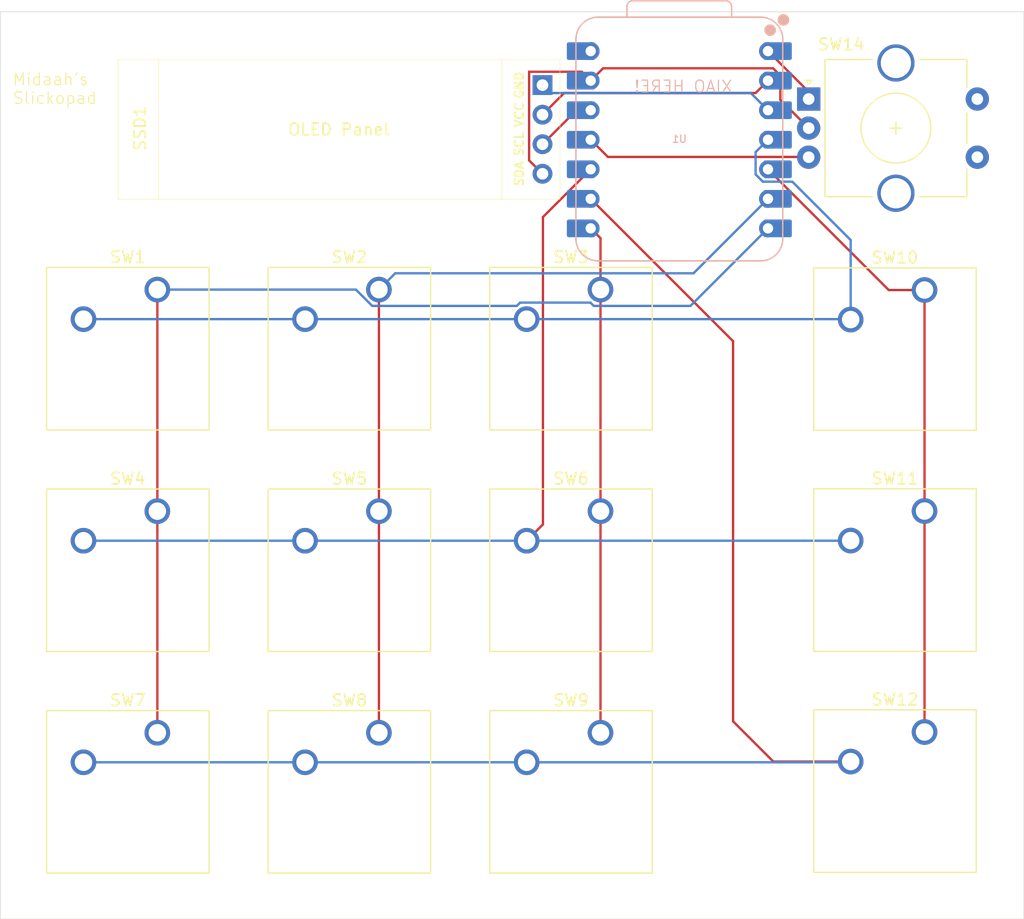
<source format=kicad_pcb>
(kicad_pcb (version 20241229) (generator "pcbnew") (generator_version "9.0")
  (layers (0 "F.Cu" signal) (2 "B.Cu" signal) (13 "F.Paste" user) (15 "B.Paste" user) (5 "F.SilkS" user "F.Silkscreen") (7 "B.SilkS" user "B.Silkscreen") (1 "F.Mask" user) (3 "B.Mask" user) (25 "Edge.Cuts" user))
  (net 0 "")
  (net 1 "GND")
  (net 2 "+5V")
  (net 3 "Col 0")
  (net 4 "Row 0")
  (net 5 "Col 1")
  (net 6 "Col 2")
  (net 7 "Row 1")
  (net 8 "Row 2")
  (net 9 "Net-(SSD1-SCL)")
  (net 10 "3.3v output")
  (net 11 "Net-(SSD1-SDA)")
  (net 12 "Net-(U1-GPIO3{slash}MOSI)")
  (net 13 "Net-(U1-GPIO26{slash}ADC0{slash}A0)")
  (net 14 "Col 3")
  (footprint "macropad_fp:SSD1306-0.91-OLED-4pin-128x32" (layer "F.Cu") (at 80.115 56.115)
    (property "Reference" "SSD1" (at 1.9 5.91 90) (layer "F.SilkS"))
    (property "Value" "~")
    (fp_line (start 0 0) (end 0 12) (stroke (width 0.04)) (layer "F.SilkS"))
    (fp_line (start 0 12) (end 38 12) (stroke (width 0.04)) (layer "F.SilkS"))
    (fp_line (start 3.5 0) (end 3.5 12) (stroke (width 0.04)) (layer "F.SilkS"))
    (fp_line (start 33 0) (end 33 12) (stroke (width 0.04)) (layer "F.SilkS"))
    (fp_line (start 38 0) (end 0 0) (stroke (width 0.04)) (layer "F.SilkS"))
    (fp_line (start 38 12) (end 38 0) (stroke (width 0.04)) (layer "F.SilkS"))
    (fp_text user "OLED Panel" (at 19 6 0) (layer "F.SilkS"))
    (fp_text user "VCC" (at 34.5 4.73 270) (layer "F.SilkS") (effects (font (size 0.75 0.75))))
    (fp_text user "GND" (at 34.5 2.19 270) (layer "F.SilkS") (effects (font (size 0.75 0.75))))
    (fp_text user "SCL" (at 34.5 7.27 270) (layer "F.SilkS") (effects (font (size 0.75 0.75))))
    (fp_text user "SDA" (at 34.5 9.81 270) (layer "F.SilkS") (effects (font (size 0.75 0.75))))
    (pad "1" thru_hole rect (at 36.5 2.19) (size 1.7 1.7) (drill 1) (layers "*.Cu" "*.Mask") (net 11 "Net-(SSD1-SDA)"))
    (pad "2" thru_hole oval (at 36.5 4.73) (size 1.7 1.7) (drill 1) (layers "*.Cu" "*.Mask") (net 9 "Net-(SSD1-SCL)"))
    (pad "3" thru_hole oval (at 36.5 7.27) (size 1.7 1.7) (drill 1) (layers "*.Cu" "*.Mask") (net 10 "3.3v output"))
    (pad "4" thru_hole oval (at 36.5 9.81) (size 1.7 1.7) (drill 1) (layers "*.Cu" "*.Mask") (net 1 "GND"))
  )
  (footprint "Button_Switch_Keyboard:SW_Cherry_MX_1.00u_PCB" (layer "F.Cu") (at 102.5525 94.9325)
    (property "Reference" "SW5" (at -2.54 -2.794 0) (layer "F.SilkS"))
    (property "Value" "SW_Push")
    (fp_line (start -9.525 -1.905) (end 4.445 -1.905) (stroke (width 0.12)) (layer "F.SilkS"))
    (fp_line (start -9.525 12.065) (end -9.525 -1.905) (stroke (width 0.12)) (layer "F.SilkS"))
    (fp_line (start 4.445 -1.905) (end 4.445 12.065) (stroke (width 0.12)) (layer "F.SilkS"))
    (fp_line (start 4.445 12.065) (end -9.525 12.065) (stroke (width 0.12)) (layer "F.SilkS"))
    (pad "" np_thru_hole circle (at -7.62 5.08) (size 1.7 1.7) (drill 1.7) (layers "*.Cu" "*.Mask"))
    (pad "" np_thru_hole circle (at -2.54 5.08) (size 4 4) (drill 4) (layers "*.Cu" "*.Mask"))
    (pad "" np_thru_hole circle (at 2.54 5.08) (size 1.7 1.7) (drill 1.7) (layers "*.Cu" "*.Mask"))
    (pad "1" thru_hole circle (at 0 0) (size 2.2 2.2) (drill 1.5) (layers "*.Cu" "*.Mask") (net 5 "Col 1"))
    (pad "2" thru_hole circle (at -6.35 2.54) (size 2.2 2.2) (drill 1.5) (layers "*.Cu" "*.Mask") (net 7 "Row 1"))
  )
  (footprint "Button_Switch_Keyboard:SW_Cherry_MX_1.00u_PCB" (layer "F.Cu") (at 149.46 75.92)
    (property "Reference" "SW10" (at -2.54 -2.794 0) (layer "F.SilkS"))
    (property "Value" "SW_Push")
    (fp_line (start -9.525 -1.905) (end 4.445 -1.905) (stroke (width 0.12)) (layer "F.SilkS"))
    (fp_line (start -9.525 12.065) (end -9.525 -1.905) (stroke (width 0.12)) (layer "F.SilkS"))
    (fp_line (start 4.445 -1.905) (end 4.445 12.065) (stroke (width 0.12)) (layer "F.SilkS"))
    (fp_line (start 4.445 12.065) (end -9.525 12.065) (stroke (width 0.12)) (layer "F.SilkS"))
    (pad "" np_thru_hole circle (at -7.62 5.08) (size 1.7 1.7) (drill 1.7) (layers "*.Cu" "*.Mask"))
    (pad "" np_thru_hole circle (at -2.54 5.08) (size 4 4) (drill 4) (layers "*.Cu" "*.Mask"))
    (pad "" np_thru_hole circle (at 2.54 5.08) (size 1.7 1.7) (drill 1.7) (layers "*.Cu" "*.Mask"))
    (pad "1" thru_hole circle (at 0 0) (size 2.2 2.2) (drill 1.5) (layers "*.Cu" "*.Mask") (net 14 "Col 3"))
    (pad "2" thru_hole circle (at -6.35 2.54) (size 2.2 2.2) (drill 1.5) (layers "*.Cu" "*.Mask") (net 4 "Row 0"))
  )
  (footprint "Button_Switch_Keyboard:SW_Cherry_MX_1.00u_PCB" (layer "F.Cu") (at 83.5025 75.8825)
    (property "Reference" "SW1" (at -2.54 -2.794 0) (layer "F.SilkS"))
    (property "Value" "SW_Push")
    (fp_line (start -9.525 -1.905) (end 4.445 -1.905) (stroke (width 0.12)) (layer "F.SilkS"))
    (fp_line (start -9.525 12.065) (end -9.525 -1.905) (stroke (width 0.12)) (layer "F.SilkS"))
    (fp_line (start 4.445 -1.905) (end 4.445 12.065) (stroke (width 0.12)) (layer "F.SilkS"))
    (fp_line (start 4.445 12.065) (end -9.525 12.065) (stroke (width 0.12)) (layer "F.SilkS"))
    (pad "" np_thru_hole circle (at -7.62 5.08) (size 1.7 1.7) (drill 1.7) (layers "*.Cu" "*.Mask"))
    (pad "" np_thru_hole circle (at -2.54 5.08) (size 4 4) (drill 4) (layers "*.Cu" "*.Mask"))
    (pad "" np_thru_hole circle (at 2.54 5.08) (size 1.7 1.7) (drill 1.7) (layers "*.Cu" "*.Mask"))
    (pad "1" thru_hole circle (at 0 0) (size 2.2 2.2) (drill 1.5) (layers "*.Cu" "*.Mask") (net 3 "Col 0"))
    (pad "2" thru_hole circle (at -6.35 2.54) (size 2.2 2.2) (drill 1.5) (layers "*.Cu" "*.Mask") (net 4 "Row 0"))
  )
  (footprint "Button_Switch_Keyboard:SW_Cherry_MX_1.00u_PCB" (layer "F.Cu") (at 149.46 113.92)
    (property "Reference" "SW12" (at -2.54 -2.794 0) (layer "F.SilkS"))
    (property "Value" "SW_Push")
    (fp_line (start -9.525 -1.905) (end 4.445 -1.905) (stroke (width 0.12)) (layer "F.SilkS"))
    (fp_line (start -9.525 12.065) (end -9.525 -1.905) (stroke (width 0.12)) (layer "F.SilkS"))
    (fp_line (start 4.445 -1.905) (end 4.445 12.065) (stroke (width 0.12)) (layer "F.SilkS"))
    (fp_line (start 4.445 12.065) (end -9.525 12.065) (stroke (width 0.12)) (layer "F.SilkS"))
    (pad "" np_thru_hole circle (at -7.62 5.08) (size 1.7 1.7) (drill 1.7) (layers "*.Cu" "*.Mask"))
    (pad "" np_thru_hole circle (at -2.54 5.08) (size 4 4) (drill 4) (layers "*.Cu" "*.Mask"))
    (pad "" np_thru_hole circle (at 2.54 5.08) (size 1.7 1.7) (drill 1.7) (layers "*.Cu" "*.Mask"))
    (pad "1" thru_hole circle (at 0 0) (size 2.2 2.2) (drill 1.5) (layers "*.Cu" "*.Mask") (net 14 "Col 3"))
    (pad "2" thru_hole circle (at -6.35 2.54) (size 2.2 2.2) (drill 1.5) (layers "*.Cu" "*.Mask") (net 8 "Row 2"))
  )
  (footprint "Button_Switch_Keyboard:SW_Cherry_MX_1.00u_PCB" (layer "F.Cu") (at 83.5025 113.9825)
    (property "Reference" "SW7" (at -2.54 -2.794 0) (layer "F.SilkS"))
    (property "Value" "SW_Push")
    (fp_line (start -9.525 -1.905) (end 4.445 -1.905) (stroke (width 0.12)) (layer "F.SilkS"))
    (fp_line (start -9.525 12.065) (end -9.525 -1.905) (stroke (width 0.12)) (layer "F.SilkS"))
    (fp_line (start 4.445 -1.905) (end 4.445 12.065) (stroke (width 0.12)) (layer "F.SilkS"))
    (fp_line (start 4.445 12.065) (end -9.525 12.065) (stroke (width 0.12)) (layer "F.SilkS"))
    (pad "" np_thru_hole circle (at -7.62 5.08) (size 1.7 1.7) (drill 1.7) (layers "*.Cu" "*.Mask"))
    (pad "" np_thru_hole circle (at -2.54 5.08) (size 4 4) (drill 4) (layers "*.Cu" "*.Mask"))
    (pad "" np_thru_hole circle (at 2.54 5.08) (size 1.7 1.7) (drill 1.7) (layers "*.Cu" "*.Mask"))
    (pad "1" thru_hole circle (at 0 0) (size 2.2 2.2) (drill 1.5) (layers "*.Cu" "*.Mask") (net 3 "Col 0"))
    (pad "2" thru_hole circle (at -6.35 2.54) (size 2.2 2.2) (drill 1.5) (layers "*.Cu" "*.Mask") (net 8 "Row 2"))
  )
  (footprint "Button_Switch_Keyboard:SW_Cherry_MX_1.00u_PCB" (layer "F.Cu") (at 121.6025 75.8825)
    (property "Reference" "SW3" (at -2.54 -2.794 0) (layer "F.SilkS"))
    (property "Value" "SW_Push")
    (fp_line (start -9.525 -1.905) (end 4.445 -1.905) (stroke (width 0.12)) (layer "F.SilkS"))
    (fp_line (start -9.525 12.065) (end -9.525 -1.905) (stroke (width 0.12)) (layer "F.SilkS"))
    (fp_line (start 4.445 -1.905) (end 4.445 12.065) (stroke (width 0.12)) (layer "F.SilkS"))
    (fp_line (start 4.445 12.065) (end -9.525 12.065) (stroke (width 0.12)) (layer "F.SilkS"))
    (pad "" np_thru_hole circle (at -7.62 5.08) (size 1.7 1.7) (drill 1.7) (layers "*.Cu" "*.Mask"))
    (pad "" np_thru_hole circle (at -2.54 5.08) (size 4 4) (drill 4) (layers "*.Cu" "*.Mask"))
    (pad "" np_thru_hole circle (at 2.54 5.08) (size 1.7 1.7) (drill 1.7) (layers "*.Cu" "*.Mask"))
    (pad "1" thru_hole circle (at 0 0) (size 2.2 2.2) (drill 1.5) (layers "*.Cu" "*.Mask") (net 6 "Col 2"))
    (pad "2" thru_hole circle (at -6.35 2.54) (size 2.2 2.2) (drill 1.5) (layers "*.Cu" "*.Mask") (net 4 "Row 0"))
  )
  (footprint "Button_Switch_Keyboard:SW_Cherry_MX_1.00u_PCB" (layer "F.Cu") (at 102.5525 75.8825)
    (property "Reference" "SW2" (at -2.54 -2.794 0) (layer "F.SilkS"))
    (property "Value" "SW_Push")
    (fp_line (start -9.525 -1.905) (end 4.445 -1.905) (stroke (width 0.12)) (layer "F.SilkS"))
    (fp_line (start -9.525 12.065) (end -9.525 -1.905) (stroke (width 0.12)) (layer "F.SilkS"))
    (fp_line (start 4.445 -1.905) (end 4.445 12.065) (stroke (width 0.12)) (layer "F.SilkS"))
    (fp_line (start 4.445 12.065) (end -9.525 12.065) (stroke (width 0.12)) (layer "F.SilkS"))
    (pad "" np_thru_hole circle (at -7.62 5.08) (size 1.7 1.7) (drill 1.7) (layers "*.Cu" "*.Mask"))
    (pad "" np_thru_hole circle (at -2.54 5.08) (size 4 4) (drill 4) (layers "*.Cu" "*.Mask"))
    (pad "" np_thru_hole circle (at 2.54 5.08) (size 1.7 1.7) (drill 1.7) (layers "*.Cu" "*.Mask"))
    (pad "1" thru_hole circle (at 0 0) (size 2.2 2.2) (drill 1.5) (layers "*.Cu" "*.Mask") (net 5 "Col 1"))
    (pad "2" thru_hole circle (at -6.35 2.54) (size 2.2 2.2) (drill 1.5) (layers "*.Cu" "*.Mask") (net 4 "Row 0"))
  )
  (footprint "Button_Switch_Keyboard:SW_Cherry_MX_1.00u_PCB" (layer "F.Cu") (at 83.5025 94.9325)
    (property "Reference" "SW4" (at -2.54 -2.794 0) (layer "F.SilkS"))
    (property "Value" "SW_Push")
    (fp_line (start -9.525 -1.905) (end 4.445 -1.905) (stroke (width 0.12)) (layer "F.SilkS"))
    (fp_line (start -9.525 12.065) (end -9.525 -1.905) (stroke (width 0.12)) (layer "F.SilkS"))
    (fp_line (start 4.445 -1.905) (end 4.445 12.065) (stroke (width 0.12)) (layer "F.SilkS"))
    (fp_line (start 4.445 12.065) (end -9.525 12.065) (stroke (width 0.12)) (layer "F.SilkS"))
    (pad "" np_thru_hole circle (at -7.62 5.08) (size 1.7 1.7) (drill 1.7) (layers "*.Cu" "*.Mask"))
    (pad "" np_thru_hole circle (at -2.54 5.08) (size 4 4) (drill 4) (layers "*.Cu" "*.Mask"))
    (pad "" np_thru_hole circle (at 2.54 5.08) (size 1.7 1.7) (drill 1.7) (layers "*.Cu" "*.Mask"))
    (pad "1" thru_hole circle (at 0 0) (size 2.2 2.2) (drill 1.5) (layers "*.Cu" "*.Mask") (net 3 "Col 0"))
    (pad "2" thru_hole circle (at -6.35 2.54) (size 2.2 2.2) (drill 1.5) (layers "*.Cu" "*.Mask") (net 7 "Row 1"))
  )
  (footprint "Button_Switch_Keyboard:SW_Cherry_MX_1.00u_PCB" (layer "F.Cu") (at 121.6025 113.9825)
    (property "Reference" "SW9" (at -2.54 -2.794 0) (layer "F.SilkS"))
    (property "Value" "SW_Push")
    (fp_line (start -9.525 -1.905) (end 4.445 -1.905) (stroke (width 0.12)) (layer "F.SilkS"))
    (fp_line (start -9.525 12.065) (end -9.525 -1.905) (stroke (width 0.12)) (layer "F.SilkS"))
    (fp_line (start 4.445 -1.905) (end 4.445 12.065) (stroke (width 0.12)) (layer "F.SilkS"))
    (fp_line (start 4.445 12.065) (end -9.525 12.065) (stroke (width 0.12)) (layer "F.SilkS"))
    (pad "" np_thru_hole circle (at -7.62 5.08) (size 1.7 1.7) (drill 1.7) (layers "*.Cu" "*.Mask"))
    (pad "" np_thru_hole circle (at -2.54 5.08) (size 4 4) (drill 4) (layers "*.Cu" "*.Mask"))
    (pad "" np_thru_hole circle (at 2.54 5.08) (size 1.7 1.7) (drill 1.7) (layers "*.Cu" "*.Mask"))
    (pad "1" thru_hole circle (at 0 0) (size 2.2 2.2) (drill 1.5) (layers "*.Cu" "*.Mask") (net 6 "Col 2"))
    (pad "2" thru_hole circle (at -6.35 2.54) (size 2.2 2.2) (drill 1.5) (layers "*.Cu" "*.Mask") (net 8 "Row 2"))
  )
  (footprint "macropad_fp:RotaryEncoder_Alps_EC11E-Switch_Vertical_H20mm_CircularMountingHoles" (layer "F.Cu") (at 139.5 59.5)
    (property "Reference" "SW14" (at 2.8 -4.7 0) (layer "F.SilkS"))
    (property "Value" "RotaryEncoder_Switch")
    (fp_line (start -0.3 -1.6) (end 0.3 -1.6) (stroke (width 0.12)) (layer "F.SilkS"))
    (fp_line (start 0 -1.3) (end -0.3 -1.6) (stroke (width 0.12)) (layer "F.SilkS"))
    (fp_line (start 0.3 -1.6) (end 0 -1.3) (stroke (width 0.12)) (layer "F.SilkS"))
    (fp_line (start 1.4 -3.4) (end 1.4 8.4) (stroke (width 0.12)) (layer "F.SilkS"))
    (fp_line (start 5.5 -3.4) (end 1.4 -3.4) (stroke (width 0.12)) (layer "F.SilkS"))
    (fp_line (start 5.5 8.4) (end 1.4 8.4) (stroke (width 0.12)) (layer "F.SilkS"))
    (fp_line (start 7 2.5) (end 8 2.5) (stroke (width 0.12)) (layer "F.SilkS"))
    (fp_line (start 7.5 2) (end 7.5 3) (stroke (width 0.12)) (layer "F.SilkS"))
    (fp_line (start 9.5 -3.4) (end 13.6 -3.4) (stroke (width 0.12)) (layer "F.SilkS"))
    (fp_line (start 13.6 -3.4) (end 13.6 -1) (stroke (width 0.12)) (layer "F.SilkS"))
    (fp_line (start 13.6 1.2) (end 13.6 3.8) (stroke (width 0.12)) (layer "F.SilkS"))
    (fp_line (start 13.6 6) (end 13.6 8.4) (stroke (width 0.12)) (layer "F.SilkS"))
    (fp_line (start 13.6 8.4) (end 9.5 8.4) (stroke (width 0.12)) (layer "F.SilkS"))
    (fp_circle (center 7.5 2.5) (end 10.5 2.5) (stroke (width 0.12)) (fill no) (layer "F.SilkS"))
    (pad "A" thru_hole rect (at 0 0) (size 2 2) (drill 1) (layers "*.Cu" "*.Mask") (net 13 "Net-(U1-GPIO26{slash}ADC0{slash}A0)"))
    (pad "B" thru_hole circle (at 0 5) (size 2 2) (drill 1) (layers "*.Cu" "*.Mask") (net 12 "Net-(U1-GPIO3{slash}MOSI)"))
    (pad "C" thru_hole circle (at 0 2.5) (size 2 2) (drill 1) (layers "*.Cu" "*.Mask") (net 1 "GND"))
    (pad "MP" thru_hole circle (at 7.5 -3.1) (size 3.2 3.2) (drill 2.6) (layers "*.Cu" "*.Mask"))
    (pad "MP" thru_hole circle (at 7.5 8.1) (size 3.2 3.2) (drill 2.6) (layers "*.Cu" "*.Mask"))
    (pad "S1" thru_hole circle (at 14.5 5) (size 2 2) (drill 1) (layers "*.Cu" "*.Mask"))
    (pad "S2" thru_hole circle (at 14.5 0) (size 2 2) (drill 1) (layers "*.Cu" "*.Mask"))
  )
  (footprint "Button_Switch_Keyboard:SW_Cherry_MX_1.00u_PCB" (layer "F.Cu") (at 121.6025 94.9325)
    (property "Reference" "SW6" (at -2.54 -2.794 0) (layer "F.SilkS"))
    (property "Value" "SW_Push")
    (fp_line (start -9.525 -1.905) (end 4.445 -1.905) (stroke (width 0.12)) (layer "F.SilkS"))
    (fp_line (start -9.525 12.065) (end -9.525 -1.905) (stroke (width 0.12)) (layer "F.SilkS"))
    (fp_line (start 4.445 -1.905) (end 4.445 12.065) (stroke (width 0.12)) (layer "F.SilkS"))
    (fp_line (start 4.445 12.065) (end -9.525 12.065) (stroke (width 0.12)) (layer "F.SilkS"))
    (pad "" np_thru_hole circle (at -7.62 5.08) (size 1.7 1.7) (drill 1.7) (layers "*.Cu" "*.Mask"))
    (pad "" np_thru_hole circle (at -2.54 5.08) (size 4 4) (drill 4) (layers "*.Cu" "*.Mask"))
    (pad "" np_thru_hole circle (at 2.54 5.08) (size 1.7 1.7) (drill 1.7) (layers "*.Cu" "*.Mask"))
    (pad "1" thru_hole circle (at 0 0) (size 2.2 2.2) (drill 1.5) (layers "*.Cu" "*.Mask") (net 6 "Col 2"))
    (pad "2" thru_hole circle (at -6.35 2.54) (size 2.2 2.2) (drill 1.5) (layers "*.Cu" "*.Mask") (net 7 "Row 1"))
  )
  (footprint "Button_Switch_Keyboard:SW_Cherry_MX_1.00u_PCB" (layer "F.Cu") (at 102.5525 113.9825)
    (property "Reference" "SW8" (at -2.54 -2.794 0) (layer "F.SilkS"))
    (property "Value" "SW_Push")
    (fp_line (start -9.525 -1.905) (end 4.445 -1.905) (stroke (width 0.12)) (layer "F.SilkS"))
    (fp_line (start -9.525 12.065) (end -9.525 -1.905) (stroke (width 0.12)) (layer "F.SilkS"))
    (fp_line (start 4.445 -1.905) (end 4.445 12.065) (stroke (width 0.12)) (layer "F.SilkS"))
    (fp_line (start 4.445 12.065) (end -9.525 12.065) (stroke (width 0.12)) (layer "F.SilkS"))
    (pad "" np_thru_hole circle (at -7.62 5.08) (size 1.7 1.7) (drill 1.7) (layers "*.Cu" "*.Mask"))
    (pad "" np_thru_hole circle (at -2.54 5.08) (size 4 4) (drill 4) (layers "*.Cu" "*.Mask"))
    (pad "" np_thru_hole circle (at 2.54 5.08) (size 1.7 1.7) (drill 1.7) (layers "*.Cu" "*.Mask"))
    (pad "1" thru_hole circle (at 0 0) (size 2.2 2.2) (drill 1.5) (layers "*.Cu" "*.Mask") (net 5 "Col 1"))
    (pad "2" thru_hole circle (at -6.35 2.54) (size 2.2 2.2) (drill 1.5) (layers "*.Cu" "*.Mask") (net 8 "Row 2"))
  )
  (footprint "Button_Switch_Keyboard:SW_Cherry_MX_1.00u_PCB" (layer "F.Cu") (at 149.46 94.92)
    (property "Reference" "SW11" (at -2.54 -2.794 0) (layer "F.SilkS"))
    (property "Value" "SW_Push")
    (fp_line (start -9.525 -1.905) (end 4.445 -1.905) (stroke (width 0.12)) (layer "F.SilkS"))
    (fp_line (start -9.525 12.065) (end -9.525 -1.905) (stroke (width 0.12)) (layer "F.SilkS"))
    (fp_line (start 4.445 -1.905) (end 4.445 12.065) (stroke (width 0.12)) (layer "F.SilkS"))
    (fp_line (start 4.445 12.065) (end -9.525 12.065) (stroke (width 0.12)) (layer "F.SilkS"))
    (pad "" np_thru_hole circle (at -7.62 5.08) (size 1.7 1.7) (drill 1.7) (layers "*.Cu" "*.Mask"))
    (pad "" np_thru_hole circle (at -2.54 5.08) (size 4 4) (drill 4) (layers "*.Cu" "*.Mask"))
    (pad "" np_thru_hole circle (at 2.54 5.08) (size 1.7 1.7) (drill 1.7) (layers "*.Cu" "*.Mask"))
    (pad "1" thru_hole circle (at 0 0) (size 2.2 2.2) (drill 1.5) (layers "*.Cu" "*.Mask") (net 14 "Col 3"))
    (pad "2" thru_hole circle (at -6.35 2.54) (size 2.2 2.2) (drill 1.5) (layers "*.Cu" "*.Mask") (net 7 "Row 1"))
  )
  (footprint "OPL:XIAO-RP2040-DIP" (layer "B.Cu") (at 128.38 63 180)
    (property "Reference" "U1" (at 0 0.0625 0) (layer "B.SilkS") (effects (font (size 0.635 0.635) (thickness 0.1016)) (justify mirror)))
    (property "Value" "XIAO-RP2040-DIP")
    (fp_line (start 8.89 -8.509) (end 8.89 8.636) (stroke (width 0.127)) (layer "B.SilkS"))
    (fp_line (start 6.985 10.541) (end -6.985 10.541) (stroke (width 0.1)) (layer "B.SilkS"))
    (fp_line (start 6.985 10.541) (end -6.985 10.541) (stroke (width 0.127)) (layer "B.SilkS"))
    (fp_line (start 4.504 11.451) (end 4.504 10.541) (stroke (width 0.127)) (layer "B.SilkS"))
    (fp_line (start -3.991272 11.951) (end 4.004 11.951) (stroke (width 0.127)) (layer "B.SilkS"))
    (fp_line (start -4.495 10.541) (end -4.491272 11.451272) (stroke (width 0.127)) (layer "B.SilkS"))
    (fp_line (start -6.985 -10.414) (end 6.985 -10.414) (stroke (width 0.127)) (layer "B.SilkS"))
    (fp_line (start -8.89 -8.509) (end -8.89 8.636) (stroke (width 0.127)) (layer "B.SilkS"))
    (fp_arc (start 8.89 8.636) (mid 8.332038 9.983038) (end 6.985 10.541) (stroke (width 0.127)) (layer "B.SilkS"))
    (fp_arc (start 6.985 -10.414) (mid 8.332038 -9.856038) (end 8.89 -8.509) (stroke (width 0.127)) (layer "B.SilkS"))
    (fp_arc (start 4.504 11.451) (mid 4.357553 11.804553) (end 4.004 11.951) (stroke (width 0.127)) (layer "B.SilkS"))
    (fp_arc (start -3.991272 11.951) (mid -4.344724 11.804644) (end -4.491272 11.451272) (stroke (width 0.127)) (layer "B.SilkS"))
    (fp_arc (start -6.985 10.541) (mid -8.332038 9.983038) (end -8.89 8.636) (stroke (width 0.127)) (layer "B.SilkS"))
    (fp_arc (start -8.89 -8.509) (mid -8.332038 -9.856038) (end -6.985 -10.414) (stroke (width 0.127)) (layer "B.SilkS"))
    (fp_circle (center -7.807 9.42) (end -7.807 9.674) (stroke (width 0.5)) (fill yes) (layer "B.SilkS"))
    (fp_circle (center -8.95 10.3) (end -8.95 10.554) (stroke (width 0.5)) (fill yes) (layer "B.SilkS"))
    (pad "1" smd roundrect (at -8.455 7.62) (size 2.432 1.524) (layers "B.Cu" "B.Mask") (roundrect_rratio 0.1) (net 13 "Net-(U1-GPIO26{slash}ADC0{slash}A0)"))
    (pad "1" thru_hole circle (at -7.62 7.62) (size 1.524 1.524) (drill 0.889) (layers "*.Cu" "*.Mask") (net 13 "Net-(U1-GPIO26{slash}ADC0{slash}A0)"))
    (pad "2" smd roundrect (at -8.455 5.08) (size 2.432 1.524) (layers "B.Cu" "B.Mask") (roundrect_rratio 0.1) (net 9 "Net-(SSD1-SCL)"))
    (pad "2" thru_hole circle (at -7.62 5.08) (size 1.524 1.524) (drill 0.889) (layers "*.Cu" "*.Mask") (net 9 "Net-(SSD1-SCL)"))
    (pad "3" smd roundrect (at -8.455 2.54) (size 2.432 1.524) (layers "B.Cu" "B.Mask") (roundrect_rratio 0.1) (net 11 "Net-(SSD1-SDA)"))
    (pad "3" thru_hole circle (at -7.62 2.54) (size 1.524 1.524) (drill 0.889) (layers "*.Cu" "*.Mask") (net 11 "Net-(SSD1-SDA)"))
    (pad "4" smd roundrect (at -8.455 0) (size 2.432 1.524) (layers "B.Cu" "B.Mask") (roundrect_rratio 0.1) (net 4 "Row 0"))
    (pad "4" thru_hole circle (at -7.62 0) (size 1.524 1.524) (drill 0.889) (layers "*.Cu" "*.Mask") (net 4 "Row 0"))
    (pad "5" smd roundrect (at -8.455 -2.54) (size 2.432 1.524) (layers "B.Cu" "B.Mask") (roundrect_rratio 0.1) (net 14 "Col 3"))
    (pad "5" thru_hole circle (at -7.62 -2.54) (size 1.524 1.524) (drill 0.889) (layers "*.Cu" "*.Mask") (net 14 "Col 3"))
    (pad "6" smd roundrect (at -8.455 -5.08) (size 2.432 1.524) (layers "B.Cu" "B.Mask") (roundrect_rratio 0.1) (net 5 "Col 1"))
    (pad "6" thru_hole circle (at -7.62 -5.08) (size 1.524 1.524) (drill 0.889) (layers "*.Cu" "*.Mask") (net 5 "Col 1"))
    (pad "7" smd roundrect (at -8.455 -7.62) (size 2.432 1.524) (layers "B.Cu" "B.Mask") (roundrect_rratio 0.1) (net 3 "Col 0"))
    (pad "7" thru_hole circle (at -7.62 -7.62) (size 1.524 1.524) (drill 0.889) (layers "*.Cu" "*.Mask") (net 3 "Col 0"))
    (pad "8" thru_hole circle (at 7.62 -7.62 180) (size 1.524 1.524) (drill 0.889) (layers "*.Cu" "*.Mask") (net 6 "Col 2"))
    (pad "8" smd roundrect (at 8.455 -7.62 180) (size 2.432 1.524) (layers "B.Cu" "B.Mask") (roundrect_rratio 0.1) (net 6 "Col 2"))
    (pad "9" thru_hole circle (at 7.62 -5.08 180) (size 1.524 1.524) (drill 0.889) (layers "*.Cu" "*.Mask") (net 8 "Row 2"))
    (pad "9" smd roundrect (at 8.455 -5.08 180) (size 2.432 1.524) (layers "B.Cu" "B.Mask") (roundrect_rratio 0.1) (net 8 "Row 2"))
    (pad "10" thru_hole circle (at 7.62 -2.54 180) (size 1.524 1.524) (drill 0.889) (layers "*.Cu" "*.Mask") (net 7 "Row 1"))
    (pad "10" smd roundrect (at 8.455 -2.54 180) (size 2.432 1.524) (layers "B.Cu" "B.Mask") (roundrect_rratio 0.1) (net 7 "Row 1"))
    (pad "11" thru_hole circle (at 7.62 0 180) (size 1.524 1.524) (drill 0.889) (layers "*.Cu" "*.Mask") (net 12 "Net-(U1-GPIO3{slash}MOSI)"))
    (pad "11" smd roundrect (at 8.455 0 180) (size 2.432 1.524) (layers "B.Cu" "B.Mask") (roundrect_rratio 0.1) (net 12 "Net-(U1-GPIO3{slash}MOSI)"))
    (pad "12" thru_hole circle (at 7.62 2.54 180) (size 1.524 1.524) (drill 0.889) (layers "*.Cu" "*.Mask") (net 10 "3.3v output"))
    (pad "12" smd roundrect (at 8.455 2.54 180) (size 2.432 1.524) (layers "B.Cu" "B.Mask") (roundrect_rratio 0.1) (net 10 "3.3v output"))
    (pad "13" thru_hole circle (at 7.62 5.08 180) (size 1.524 1.524) (drill 0.889) (layers "*.Cu" "*.Mask") (net 1 "GND"))
    (pad "13" smd roundrect (at 8.455 5.08 180) (size 2.432 1.524) (layers "B.Cu" "B.Mask") (roundrect_rratio 0.1) (net 1 "GND"))
    (pad "14" thru_hole circle (at 7.62 7.62 180) (size 1.524 1.524) (drill 0.889) (layers "*.Cu" "*.Mask") (net 2 "+5V"))
    (pad "14" smd roundrect (at 8.455 7.62 180) (size 2.432 1.524) (layers "B.Cu" "B.Mask") (roundrect_rratio 0.1) (net 2 "+5V"))
  )
  (gr_rect (start 70 52) (end 158 130) (stroke (width 0.05)) (fill no) (layer "Edge.Cuts"))
  (gr_text "Midaah's \nSlickopad\n" (at 71 60 0) (layer "F.SilkS") (effects (font (size 1 1) (thickness 0.1)) (justify left bottom)))
  (gr_text "XIAO HERE!" (at 133 59 0) (layer "B.SilkS") (effects (font (size 1 1) (thickness 0.1)) (justify left bottom mirror)))
  (segment (start 116.615 65.925) (end 115.464 64.774) (width 0.2) (layer "F.Cu") (net 1))
  (segment (start 137.063 57.47969) (end 136.44031 56.857) (width 0.2) (layer "F.Cu") (net 1))
  (segment (start 115.464 64.774) (end 115.464 57.154) (width 0.2) (layer "F.Cu") (net 1))
  (segment (start 139.5 62) (end 137.063 59.563) (width 0.2) (layer "F.Cu") (net 1))
  (segment (start 121.823 56.857) (end 120.76 57.92) (width 0.2) (layer "F.Cu") (net 1))
  (segment (start 136.44031 56.857) (end 121.823 56.857) (width 0.2) (layer "F.Cu") (net 1))
  (segment (start 137.063 59.563) (end 137.063 57.47969) (width 0.2) (layer "F.Cu") (net 1))
  (segment (start 119.994 57.154) (end 120.76 57.92) (width 0.2) (layer "F.Cu") (net 1))
  (segment (start 115.464 57.154) (end 119.994 57.154) (width 0.2) (layer "F.Cu") (net 1))
  (segment (start 119.54 57.92) (end 120.76 57.92) (width 0.2) (layer "B.Cu") (net 1))
  (segment (start 83.5025 75.8825) (end 83.5025 113.9825) (width 0.2) (layer "F.Cu") (net 3))
  (segment (start 100.571186 75.8825) (end 101.972186 77.2835) (width 0.2) (layer "B.Cu") (net 3))
  (segment (start 101.972186 77.2835) (end 114.410186 77.2835) (width 0.2) (layer "B.Cu") (net 3))
  (segment (start 114.693686 77) (end 120.738686 77) (width 0.2) (layer "B.Cu") (net 3))
  (segment (start 120.738686 77) (end 121.022186 77.2835) (width 0.2) (layer "B.Cu") (net 3))
  (segment (start 83.5025 75.8825) (end 100.571186 75.8825) (width 0.2) (layer "B.Cu") (net 3))
  (segment (start 114.410186 77.2835) (end 114.693686 77) (width 0.2) (layer "B.Cu") (net 3))
  (segment (start 129.3365 77.2835) (end 136 70.62) (width 0.2) (layer "B.Cu") (net 3))
  (segment (start 121.022186 77.2835) (end 129.3365 77.2835) (width 0.2) (layer "B.Cu") (net 3))
  (segment (start 77.1525 78.4225) (end 77 78.575) (width 0.2) (layer "F.Cu") (net 4))
  (segment (start 137.07763 63) (end 136 63) (width 0.2) (layer "B.Cu") (net 4))
  (segment (start 77.1525 78.4225) (end 115.2525 78.4225) (width 0.2) (layer "B.Cu") (net 4))
  (segment (start 134.937 64.063) (end 136 63) (width 0.2) (layer "B.Cu") (net 4))
  (segment (start 143.11 78.46) (end 143.11 71.622374) (width 0.2) (layer "B.Cu") (net 4))
  (segment (start 138.090626 66.603) (end 135.55969 66.603) (width 0.2) (layer "B.Cu") (net 4))
  (segment (start 143.11 71.622374) (end 138.090626 66.603) (width 0.2) (layer "B.Cu") (net 4))
  (segment (start 135.55969 66.603) (end 134.937 65.98031) (width 0.2) (layer "B.Cu") (net 4))
  (segment (start 134.937 65.98031) (end 134.937 64.063) (width 0.2) (layer "B.Cu") (net 4))
  (segment (start 115.2525 78.4225) (end 143.0725 78.4225) (width 0.2) (layer "B.Cu") (net 4))
  (segment (start 143.0725 78.4225) (end 143.11 78.46) (width 0.2) (layer "B.Cu") (net 4))
  (segment (start 102.5525 75.8825) (end 102.5525 113.9825) (width 0.2) (layer "F.Cu") (net 5))
  (segment (start 103.9535 74.4815) (end 129.5985 74.4815) (width 0.2) (layer "B.Cu") (net 5))
  (segment (start 129.5985 74.4815) (end 136 68.08) (width 0.2) (layer "B.Cu") (net 5))
  (segment (start 102.5525 75.8825) (end 103.9535 74.4815) (width 0.2) (layer "B.Cu") (net 5))
  (segment (start 121.6025 71.4625) (end 120.76 70.62) (width 0.2) (layer "F.Cu") (net 6))
  (segment (start 121.6025 75.8825) (end 121.6025 71.4625) (width 0.2) (layer "F.Cu") (net 6))
  (segment (start 121.6025 87) (end 121.6025 113.9825) (width 0.2) (layer "F.Cu") (net 6))
  (segment (start 121.6025 75.8825) (end 121.6025 87) (width 0.2) (layer "F.Cu") (net 6))
  (segment (start 116.6535 69.6465) (end 120.76 65.54) (width 0.2) (layer "F.Cu") (net 7))
  (segment (start 116.6535 96.0715) (end 116.6535 69.6465) (width 0.2) (layer "F.Cu") (net 7))
  (segment (start 115.2525 97.4725) (end 116.6535 96.0715) (width 0.2) (layer "F.Cu") (net 7))
  (segment (start 143.0975 97.4725) (end 143.11 97.46) (width 0.2) (layer "B.Cu") (net 7))
  (segment (start 77.1525 97.4725) (end 115.2525 97.4725) (width 0.2) (layer "B.Cu") (net 7))
  (segment (start 115.2525 97.4725) (end 143.0975 97.4725) (width 0.2) (layer "B.Cu") (net 7))
  (segment (start 133 113) (end 136.46 116.46) (width 0.2) (layer "F.Cu") (net 8))
  (segment (start 133 80.32) (end 120.76 68.08) (width 0.2) (layer "F.Cu") (net 8))
  (segment (start 136.46 116.46) (end 143.11 116.46) (width 0.2) (layer "F.Cu") (net 8))
  (segment (start 133 113) (end 133 80.32) (width 0.2) (layer "F.Cu") (net 8))
  (segment (start 143.0475 116.5225) (end 143.11 116.46) (width 0.2) (layer "B.Cu") (net 8))
  (segment (start 115.2525 116.5225) (end 143.0475 116.5225) (width 0.2) (layer "B.Cu") (net 8))
  (segment (start 77.1525 116.5225) (end 115.2525 116.5225) (width 0.2) (layer "B.Cu") (net 8))
  (segment (start 118.477 58.983) (end 116.615 60.845) (width 0.2) (layer "F.Cu") (net 9))
  (segment (start 136 57.92) (end 134.937 58.983) (width 0.2) (layer "F.Cu") (net 9))
  (segment (start 134.937 58.983) (end 118.477 58.983) (width 0.2) (layer "F.Cu") (net 9))
  (segment (start 136.67 57.92) (end 136 57.92) (width 0.2) (layer "B.Cu") (net 9))
  (segment (start 119.54 60.46) (end 120.76 60.46) (width 0.2) (layer "F.Cu") (net 10))
  (segment (start 116.615 63.385) (end 119.54 60.46) (width 0.2) (layer "F.Cu") (net 10))
  (segment (start 119 60) (end 119.46 60.46) (width 0.2) (layer "B.Cu") (net 10))
  (segment (start 119.46 60.46) (end 120.76 60.46) (width 0.2) (layer "B.Cu") (net 10))
  (segment (start 136 60.46) (end 134.523 58.983) (width 0.2) (layer "B.Cu") (net 11))
  (segment (start 134.523 58.983) (end 117.293 58.983) (width 0.2) (layer "B.Cu") (net 11))
  (segment (start 117.293 58.983) (end 116.615 58.305) (width 0.2) (layer "B.Cu") (net 11))
  (segment (start 122.237 64.477) (end 120.76 63) (width 0.2) (layer "F.Cu") (net 12))
  (segment (start 139.477 64.477) (end 139.5 64.5) (width 0.2) (layer "F.Cu") (net 12))
  (segment (start 122.237 64.477) (end 139.477 64.477) (width 0.2) (layer "F.Cu") (net 12))
  (segment (start 139.5 58.88) (end 139.5 59.5) (width 0.2) (layer "F.Cu") (net 13))
  (segment (start 136 55.38) (end 139.5 58.88) (width 0.2) (layer "F.Cu") (net 13))
  (segment (start 149.46 113.92) (end 149.46 75.92) (width 0.2) (layer "F.Cu") (net 14))
  (segment (start 149.46 75.92) (end 146.38 75.92) (width 0.2) (layer "F.Cu") (net 14))
  (segment (start 146.38 75.92) (end 136 65.54) (width 0.2) (layer "F.Cu") (net 14))
)
</source>
